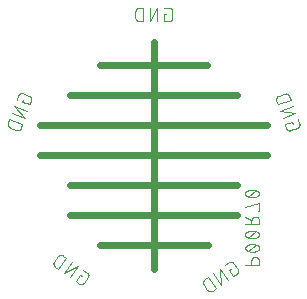
<source format=gbr>
G04 EAGLE Gerber RS-274X export*
G75*
%MOMM*%
%FSLAX34Y34*%
%LPD*%
%INSilkscreen Bottom*%
%IPPOS*%
%AMOC8*
5,1,8,0,0,1.08239X$1,22.5*%
G01*
%ADD10C,0.101600*%
%ADD11C,0.609600*%


D10*
X357094Y466149D02*
X355146Y466149D01*
X355146Y459658D01*
X359041Y459658D01*
X359140Y459660D01*
X359240Y459666D01*
X359339Y459675D01*
X359437Y459688D01*
X359535Y459705D01*
X359633Y459726D01*
X359729Y459751D01*
X359824Y459779D01*
X359918Y459811D01*
X360011Y459846D01*
X360103Y459885D01*
X360193Y459928D01*
X360281Y459973D01*
X360368Y460023D01*
X360452Y460075D01*
X360535Y460131D01*
X360615Y460189D01*
X360693Y460251D01*
X360768Y460316D01*
X360841Y460384D01*
X360911Y460454D01*
X360979Y460527D01*
X361044Y460602D01*
X361106Y460680D01*
X361164Y460760D01*
X361220Y460843D01*
X361272Y460927D01*
X361322Y461014D01*
X361367Y461102D01*
X361410Y461192D01*
X361449Y461284D01*
X361484Y461377D01*
X361516Y461471D01*
X361544Y461566D01*
X361569Y461662D01*
X361590Y461760D01*
X361607Y461858D01*
X361620Y461956D01*
X361629Y462055D01*
X361635Y462155D01*
X361637Y462254D01*
X361638Y462254D02*
X361638Y468746D01*
X361637Y468746D02*
X361635Y468845D01*
X361629Y468945D01*
X361620Y469044D01*
X361607Y469142D01*
X361590Y469240D01*
X361569Y469338D01*
X361544Y469434D01*
X361516Y469529D01*
X361484Y469623D01*
X361449Y469716D01*
X361410Y469808D01*
X361367Y469898D01*
X361322Y469986D01*
X361272Y470073D01*
X361220Y470157D01*
X361164Y470240D01*
X361106Y470320D01*
X361044Y470398D01*
X360979Y470473D01*
X360911Y470546D01*
X360841Y470616D01*
X360768Y470684D01*
X360693Y470749D01*
X360615Y470811D01*
X360535Y470869D01*
X360452Y470925D01*
X360368Y470977D01*
X360281Y471027D01*
X360193Y471072D01*
X360103Y471115D01*
X360011Y471154D01*
X359918Y471189D01*
X359824Y471221D01*
X359729Y471249D01*
X359633Y471274D01*
X359535Y471295D01*
X359437Y471312D01*
X359339Y471325D01*
X359240Y471334D01*
X359140Y471340D01*
X359041Y471342D01*
X355146Y471342D01*
X349446Y471342D02*
X349446Y459658D01*
X342954Y459658D02*
X349446Y471342D01*
X342954Y471342D02*
X342954Y459658D01*
X337254Y459658D02*
X337254Y471342D01*
X334008Y471342D01*
X333895Y471340D01*
X333782Y471334D01*
X333669Y471324D01*
X333556Y471310D01*
X333444Y471293D01*
X333333Y471271D01*
X333223Y471246D01*
X333113Y471216D01*
X333005Y471183D01*
X332898Y471146D01*
X332792Y471106D01*
X332688Y471061D01*
X332585Y471013D01*
X332484Y470962D01*
X332385Y470907D01*
X332288Y470849D01*
X332193Y470787D01*
X332100Y470722D01*
X332010Y470654D01*
X331922Y470583D01*
X331836Y470508D01*
X331753Y470431D01*
X331673Y470351D01*
X331596Y470268D01*
X331521Y470182D01*
X331450Y470094D01*
X331382Y470004D01*
X331317Y469911D01*
X331255Y469816D01*
X331197Y469719D01*
X331142Y469620D01*
X331091Y469519D01*
X331043Y469416D01*
X330998Y469312D01*
X330958Y469206D01*
X330921Y469099D01*
X330888Y468991D01*
X330858Y468881D01*
X330833Y468771D01*
X330811Y468660D01*
X330794Y468548D01*
X330780Y468435D01*
X330770Y468322D01*
X330764Y468209D01*
X330762Y468096D01*
X330762Y462904D01*
X330764Y462791D01*
X330770Y462678D01*
X330780Y462565D01*
X330794Y462452D01*
X330811Y462340D01*
X330833Y462229D01*
X330858Y462119D01*
X330888Y462009D01*
X330921Y461901D01*
X330958Y461794D01*
X330998Y461688D01*
X331043Y461584D01*
X331091Y461481D01*
X331142Y461380D01*
X331197Y461281D01*
X331255Y461184D01*
X331317Y461089D01*
X331382Y460996D01*
X331450Y460906D01*
X331521Y460818D01*
X331596Y460732D01*
X331673Y460649D01*
X331753Y460569D01*
X331836Y460492D01*
X331922Y460417D01*
X332010Y460346D01*
X332100Y460278D01*
X332193Y460213D01*
X332288Y460151D01*
X332385Y460093D01*
X332484Y460038D01*
X332585Y459987D01*
X332688Y459939D01*
X332792Y459894D01*
X332898Y459854D01*
X333005Y459817D01*
X333113Y459784D01*
X333223Y459754D01*
X333333Y459729D01*
X333444Y459707D01*
X333556Y459690D01*
X333669Y459676D01*
X333782Y459666D01*
X333895Y459660D01*
X334008Y459658D01*
X337254Y459658D01*
X463370Y374915D02*
X464036Y373085D01*
X463370Y374915D02*
X457270Y372695D01*
X458602Y369035D01*
X458603Y369035D02*
X458638Y368942D01*
X458678Y368851D01*
X458720Y368761D01*
X458767Y368673D01*
X458816Y368587D01*
X458869Y368503D01*
X458925Y368420D01*
X458984Y368340D01*
X459046Y368263D01*
X459111Y368188D01*
X459179Y368115D01*
X459250Y368045D01*
X459323Y367978D01*
X459399Y367913D01*
X459477Y367852D01*
X459558Y367793D01*
X459640Y367738D01*
X459725Y367686D01*
X459812Y367637D01*
X459900Y367592D01*
X459990Y367550D01*
X460082Y367511D01*
X460175Y367476D01*
X460269Y367445D01*
X460365Y367417D01*
X460461Y367393D01*
X460559Y367372D01*
X460657Y367356D01*
X460755Y367343D01*
X460854Y367334D01*
X460954Y367329D01*
X461053Y367327D01*
X461153Y367329D01*
X461252Y367335D01*
X461351Y367345D01*
X461449Y367359D01*
X461547Y367377D01*
X461644Y367398D01*
X461741Y367423D01*
X461836Y367451D01*
X461930Y367484D01*
X461930Y367483D02*
X468030Y369703D01*
X468030Y369704D02*
X468123Y369739D01*
X468214Y369779D01*
X468304Y369821D01*
X468392Y369868D01*
X468478Y369917D01*
X468562Y369970D01*
X468645Y370026D01*
X468725Y370085D01*
X468802Y370147D01*
X468877Y370212D01*
X468950Y370280D01*
X469020Y370351D01*
X469087Y370424D01*
X469152Y370500D01*
X469213Y370578D01*
X469272Y370659D01*
X469327Y370741D01*
X469379Y370826D01*
X469428Y370913D01*
X469473Y371001D01*
X469515Y371091D01*
X469554Y371183D01*
X469589Y371276D01*
X469620Y371370D01*
X469648Y371466D01*
X469672Y371562D01*
X469693Y371660D01*
X469709Y371758D01*
X469722Y371856D01*
X469731Y371955D01*
X469736Y372055D01*
X469738Y372154D01*
X469736Y372253D01*
X469730Y372353D01*
X469720Y372452D01*
X469706Y372550D01*
X469688Y372648D01*
X469667Y372745D01*
X469642Y372842D01*
X469614Y372937D01*
X469581Y373031D01*
X469582Y373031D02*
X468250Y376691D01*
X466300Y382048D02*
X455320Y378052D01*
X453100Y384152D02*
X466300Y382048D01*
X464080Y388148D02*
X453100Y384152D01*
X451151Y389509D02*
X462130Y393505D01*
X461020Y396555D01*
X460980Y396661D01*
X460935Y396765D01*
X460887Y396868D01*
X460836Y396969D01*
X460781Y397068D01*
X460723Y397165D01*
X460661Y397260D01*
X460596Y397353D01*
X460528Y397443D01*
X460457Y397531D01*
X460382Y397617D01*
X460305Y397700D01*
X460225Y397780D01*
X460142Y397857D01*
X460056Y397932D01*
X459968Y398003D01*
X459878Y398071D01*
X459785Y398136D01*
X459690Y398198D01*
X459593Y398256D01*
X459494Y398311D01*
X459393Y398362D01*
X459290Y398410D01*
X459186Y398455D01*
X459080Y398495D01*
X458973Y398532D01*
X458865Y398565D01*
X458755Y398595D01*
X458645Y398620D01*
X458534Y398642D01*
X458422Y398659D01*
X458309Y398673D01*
X458196Y398683D01*
X458083Y398689D01*
X457970Y398691D01*
X457857Y398689D01*
X457744Y398683D01*
X457631Y398673D01*
X457518Y398659D01*
X457406Y398642D01*
X457295Y398620D01*
X457185Y398595D01*
X457075Y398565D01*
X456967Y398532D01*
X456860Y398495D01*
X456860Y398494D02*
X451980Y396718D01*
X451980Y396719D02*
X451874Y396679D01*
X451770Y396634D01*
X451667Y396586D01*
X451566Y396535D01*
X451467Y396480D01*
X451370Y396422D01*
X451275Y396360D01*
X451182Y396295D01*
X451092Y396227D01*
X451004Y396156D01*
X450918Y396081D01*
X450835Y396004D01*
X450755Y395924D01*
X450678Y395841D01*
X450603Y395755D01*
X450532Y395667D01*
X450464Y395577D01*
X450399Y395484D01*
X450337Y395389D01*
X450279Y395292D01*
X450224Y395193D01*
X450173Y395092D01*
X450125Y394989D01*
X450080Y394885D01*
X450040Y394779D01*
X450003Y394672D01*
X449970Y394564D01*
X449940Y394454D01*
X449915Y394344D01*
X449893Y394233D01*
X449876Y394121D01*
X449862Y394008D01*
X449852Y393895D01*
X449846Y393782D01*
X449844Y393669D01*
X449846Y393556D01*
X449852Y393443D01*
X449862Y393330D01*
X449876Y393217D01*
X449893Y393105D01*
X449915Y392994D01*
X449940Y392884D01*
X449970Y392774D01*
X450003Y392666D01*
X450040Y392559D01*
X450041Y392559D02*
X451151Y389509D01*
X411389Y250384D02*
X409794Y249267D01*
X413517Y243950D01*
X416708Y246184D01*
X416707Y246184D02*
X416787Y246243D01*
X416865Y246305D01*
X416941Y246369D01*
X417014Y246437D01*
X417085Y246507D01*
X417152Y246580D01*
X417217Y246655D01*
X417279Y246733D01*
X417338Y246813D01*
X417394Y246895D01*
X417447Y246980D01*
X417496Y247066D01*
X417542Y247154D01*
X417585Y247244D01*
X417624Y247335D01*
X417659Y247428D01*
X417691Y247522D01*
X417720Y247618D01*
X417744Y247714D01*
X417765Y247811D01*
X417783Y247909D01*
X417796Y248008D01*
X417806Y248107D01*
X417812Y248206D01*
X417814Y248305D01*
X417812Y248405D01*
X417807Y248504D01*
X417797Y248603D01*
X417784Y248702D01*
X417768Y248800D01*
X417747Y248897D01*
X417723Y248994D01*
X417695Y249089D01*
X417663Y249183D01*
X417628Y249276D01*
X417589Y249368D01*
X417547Y249458D01*
X417501Y249546D01*
X417452Y249633D01*
X417400Y249717D01*
X417345Y249800D01*
X413622Y255117D01*
X413563Y255197D01*
X413501Y255275D01*
X413437Y255351D01*
X413369Y255424D01*
X413299Y255495D01*
X413226Y255562D01*
X413151Y255627D01*
X413073Y255689D01*
X412993Y255748D01*
X412911Y255804D01*
X412826Y255857D01*
X412740Y255906D01*
X412652Y255952D01*
X412562Y255995D01*
X412471Y256034D01*
X412378Y256069D01*
X412284Y256101D01*
X412188Y256130D01*
X412092Y256154D01*
X411995Y256175D01*
X411897Y256193D01*
X411798Y256206D01*
X411699Y256216D01*
X411600Y256222D01*
X411501Y256224D01*
X411401Y256222D01*
X411302Y256217D01*
X411203Y256208D01*
X411104Y256194D01*
X411006Y256178D01*
X410909Y256157D01*
X410812Y256133D01*
X410717Y256105D01*
X410623Y256073D01*
X410530Y256038D01*
X410438Y255999D01*
X410348Y255957D01*
X410260Y255911D01*
X410173Y255862D01*
X410089Y255810D01*
X410006Y255755D01*
X406816Y253521D01*
X402146Y250251D02*
X408847Y240680D01*
X403530Y236957D02*
X402146Y250251D01*
X396829Y246528D02*
X403530Y236957D01*
X398860Y233687D02*
X392159Y243258D01*
X389500Y241396D01*
X389500Y241397D02*
X389409Y241330D01*
X389319Y241261D01*
X389232Y241188D01*
X389148Y241112D01*
X389067Y241033D01*
X388988Y240952D01*
X388912Y240868D01*
X388839Y240781D01*
X388770Y240692D01*
X388703Y240600D01*
X388640Y240506D01*
X388580Y240410D01*
X388523Y240312D01*
X388470Y240212D01*
X388420Y240110D01*
X388374Y240006D01*
X388332Y239901D01*
X388293Y239795D01*
X388258Y239687D01*
X388227Y239578D01*
X388199Y239468D01*
X388176Y239357D01*
X388156Y239246D01*
X388140Y239134D01*
X388128Y239021D01*
X388120Y238908D01*
X388116Y238795D01*
X388116Y238681D01*
X388120Y238568D01*
X388128Y238455D01*
X388140Y238342D01*
X388156Y238230D01*
X388176Y238119D01*
X388199Y238008D01*
X388227Y237898D01*
X388258Y237789D01*
X388293Y237681D01*
X388332Y237575D01*
X388374Y237470D01*
X388420Y237366D01*
X388470Y237264D01*
X388523Y237164D01*
X388580Y237066D01*
X388640Y236970D01*
X388703Y236876D01*
X391682Y232622D01*
X391681Y232622D02*
X391748Y232531D01*
X391817Y232441D01*
X391890Y232354D01*
X391966Y232270D01*
X392045Y232189D01*
X392126Y232110D01*
X392210Y232034D01*
X392297Y231961D01*
X392387Y231892D01*
X392478Y231825D01*
X392572Y231762D01*
X392668Y231702D01*
X392766Y231645D01*
X392866Y231592D01*
X392968Y231542D01*
X393072Y231496D01*
X393177Y231454D01*
X393283Y231415D01*
X393391Y231380D01*
X393500Y231349D01*
X393610Y231321D01*
X393721Y231298D01*
X393832Y231278D01*
X393944Y231262D01*
X394057Y231250D01*
X394170Y231242D01*
X394283Y231238D01*
X394397Y231238D01*
X394510Y231242D01*
X394623Y231250D01*
X394736Y231262D01*
X394848Y231278D01*
X394959Y231298D01*
X395070Y231321D01*
X395180Y231349D01*
X395289Y231380D01*
X395397Y231415D01*
X395503Y231454D01*
X395608Y231496D01*
X395712Y231542D01*
X395814Y231592D01*
X395914Y231645D01*
X396012Y231702D01*
X396108Y231762D01*
X396202Y231825D01*
X398860Y233687D01*
X285396Y243983D02*
X283801Y245100D01*
X280078Y239783D01*
X283268Y237549D01*
X283351Y237494D01*
X283435Y237442D01*
X283522Y237393D01*
X283610Y237347D01*
X283700Y237305D01*
X283792Y237266D01*
X283885Y237231D01*
X283979Y237199D01*
X284074Y237171D01*
X284171Y237147D01*
X284268Y237126D01*
X284366Y237110D01*
X284465Y237096D01*
X284564Y237087D01*
X284663Y237082D01*
X284763Y237080D01*
X284862Y237082D01*
X284961Y237088D01*
X285060Y237098D01*
X285159Y237111D01*
X285257Y237129D01*
X285354Y237150D01*
X285450Y237174D01*
X285546Y237203D01*
X285640Y237235D01*
X285733Y237270D01*
X285824Y237309D01*
X285914Y237352D01*
X286002Y237398D01*
X286088Y237447D01*
X286173Y237500D01*
X286255Y237556D01*
X286335Y237615D01*
X286413Y237677D01*
X286488Y237742D01*
X286561Y237809D01*
X286631Y237880D01*
X286699Y237953D01*
X286763Y238029D01*
X286825Y238107D01*
X286884Y238187D01*
X290607Y243504D01*
X290662Y243587D01*
X290714Y243671D01*
X290763Y243758D01*
X290809Y243846D01*
X290851Y243936D01*
X290890Y244028D01*
X290925Y244121D01*
X290957Y244215D01*
X290985Y244310D01*
X291009Y244407D01*
X291030Y244504D01*
X291046Y244602D01*
X291060Y244701D01*
X291069Y244800D01*
X291074Y244899D01*
X291076Y244999D01*
X291074Y245098D01*
X291068Y245197D01*
X291058Y245296D01*
X291045Y245395D01*
X291027Y245493D01*
X291006Y245590D01*
X290982Y245686D01*
X290953Y245782D01*
X290921Y245876D01*
X290886Y245969D01*
X290847Y246060D01*
X290804Y246150D01*
X290758Y246238D01*
X290709Y246324D01*
X290656Y246409D01*
X290600Y246491D01*
X290541Y246571D01*
X290479Y246649D01*
X290414Y246724D01*
X290347Y246797D01*
X290276Y246867D01*
X290203Y246935D01*
X290127Y246999D01*
X290049Y247061D01*
X289969Y247120D01*
X289970Y247120D02*
X286779Y249354D01*
X282110Y252624D02*
X275408Y243053D01*
X270091Y246776D02*
X282110Y252624D01*
X276792Y256347D02*
X270091Y246776D01*
X265421Y250046D02*
X272122Y259617D01*
X269464Y261478D01*
X269464Y261479D02*
X269370Y261542D01*
X269274Y261602D01*
X269176Y261659D01*
X269076Y261712D01*
X268974Y261762D01*
X268870Y261808D01*
X268765Y261850D01*
X268659Y261889D01*
X268551Y261924D01*
X268442Y261955D01*
X268332Y261983D01*
X268221Y262006D01*
X268110Y262026D01*
X267998Y262042D01*
X267885Y262054D01*
X267772Y262062D01*
X267659Y262066D01*
X267545Y262066D01*
X267432Y262062D01*
X267319Y262054D01*
X267206Y262042D01*
X267094Y262026D01*
X266983Y262006D01*
X266872Y261983D01*
X266762Y261955D01*
X266653Y261924D01*
X266545Y261889D01*
X266439Y261850D01*
X266334Y261808D01*
X266230Y261762D01*
X266128Y261712D01*
X266028Y261659D01*
X265930Y261602D01*
X265834Y261542D01*
X265740Y261479D01*
X265649Y261412D01*
X265559Y261343D01*
X265472Y261270D01*
X265388Y261194D01*
X265307Y261115D01*
X265228Y261034D01*
X265152Y260950D01*
X265079Y260863D01*
X265010Y260774D01*
X264943Y260682D01*
X264944Y260681D02*
X261965Y256428D01*
X261902Y256334D01*
X261842Y256238D01*
X261785Y256140D01*
X261732Y256040D01*
X261682Y255938D01*
X261636Y255834D01*
X261594Y255729D01*
X261555Y255623D01*
X261520Y255515D01*
X261489Y255406D01*
X261461Y255296D01*
X261438Y255185D01*
X261418Y255074D01*
X261402Y254962D01*
X261390Y254849D01*
X261382Y254736D01*
X261378Y254623D01*
X261378Y254509D01*
X261382Y254396D01*
X261390Y254283D01*
X261402Y254170D01*
X261418Y254058D01*
X261438Y253947D01*
X261461Y253836D01*
X261489Y253726D01*
X261520Y253617D01*
X261555Y253509D01*
X261594Y253403D01*
X261636Y253298D01*
X261682Y253194D01*
X261732Y253092D01*
X261785Y252992D01*
X261842Y252894D01*
X261902Y252798D01*
X261965Y252704D01*
X262032Y252612D01*
X262101Y252523D01*
X262174Y252436D01*
X262250Y252352D01*
X262329Y252271D01*
X262410Y252192D01*
X262494Y252116D01*
X262581Y252043D01*
X262671Y251974D01*
X262762Y251907D01*
X265421Y250046D01*
X235150Y391729D02*
X235816Y393559D01*
X235150Y391729D02*
X241250Y389509D01*
X242582Y393169D01*
X242581Y393169D02*
X242614Y393263D01*
X242642Y393358D01*
X242667Y393455D01*
X242688Y393552D01*
X242706Y393650D01*
X242720Y393748D01*
X242730Y393847D01*
X242736Y393947D01*
X242738Y394046D01*
X242736Y394145D01*
X242731Y394245D01*
X242722Y394344D01*
X242709Y394442D01*
X242693Y394540D01*
X242672Y394638D01*
X242648Y394734D01*
X242620Y394830D01*
X242589Y394924D01*
X242554Y395017D01*
X242515Y395109D01*
X242473Y395199D01*
X242428Y395287D01*
X242379Y395374D01*
X242327Y395459D01*
X242272Y395541D01*
X242213Y395622D01*
X242152Y395700D01*
X242087Y395776D01*
X242020Y395849D01*
X241950Y395920D01*
X241877Y395988D01*
X241802Y396053D01*
X241725Y396115D01*
X241645Y396174D01*
X241562Y396230D01*
X241478Y396283D01*
X241392Y396332D01*
X241304Y396379D01*
X241214Y396421D01*
X241123Y396461D01*
X241030Y396496D01*
X234930Y398716D01*
X234930Y398717D02*
X234836Y398750D01*
X234741Y398778D01*
X234644Y398803D01*
X234547Y398824D01*
X234449Y398842D01*
X234351Y398856D01*
X234252Y398866D01*
X234153Y398872D01*
X234053Y398874D01*
X233954Y398872D01*
X233854Y398867D01*
X233755Y398858D01*
X233657Y398845D01*
X233558Y398829D01*
X233461Y398808D01*
X233365Y398784D01*
X233269Y398756D01*
X233175Y398725D01*
X233081Y398690D01*
X232990Y398651D01*
X232900Y398609D01*
X232811Y398564D01*
X232724Y398515D01*
X232640Y398463D01*
X232557Y398408D01*
X232476Y398349D01*
X232398Y398288D01*
X232322Y398223D01*
X232249Y398156D01*
X232179Y398086D01*
X232111Y398013D01*
X232046Y397938D01*
X231983Y397860D01*
X231924Y397780D01*
X231868Y397698D01*
X231815Y397614D01*
X231766Y397527D01*
X231720Y397439D01*
X231677Y397349D01*
X231637Y397258D01*
X231602Y397165D01*
X230270Y393505D01*
X228320Y388148D02*
X239300Y384152D01*
X237080Y378052D02*
X228320Y388148D01*
X226100Y382048D02*
X237080Y378052D01*
X235130Y372695D02*
X224151Y376691D01*
X223041Y373641D01*
X223040Y373641D02*
X223003Y373534D01*
X222970Y373426D01*
X222940Y373316D01*
X222915Y373206D01*
X222893Y373095D01*
X222876Y372983D01*
X222862Y372870D01*
X222852Y372757D01*
X222846Y372644D01*
X222844Y372531D01*
X222846Y372418D01*
X222852Y372305D01*
X222862Y372192D01*
X222876Y372079D01*
X222893Y371967D01*
X222915Y371856D01*
X222940Y371746D01*
X222970Y371636D01*
X223003Y371528D01*
X223040Y371421D01*
X223080Y371315D01*
X223125Y371211D01*
X223173Y371108D01*
X223224Y371007D01*
X223279Y370908D01*
X223337Y370811D01*
X223399Y370716D01*
X223464Y370623D01*
X223532Y370533D01*
X223603Y370445D01*
X223678Y370359D01*
X223755Y370276D01*
X223835Y370196D01*
X223918Y370119D01*
X224004Y370044D01*
X224092Y369973D01*
X224182Y369905D01*
X224275Y369840D01*
X224370Y369778D01*
X224467Y369720D01*
X224566Y369665D01*
X224667Y369614D01*
X224770Y369566D01*
X224874Y369521D01*
X224980Y369481D01*
X229860Y367705D01*
X229860Y367706D02*
X229967Y367669D01*
X230076Y367636D01*
X230185Y367606D01*
X230295Y367581D01*
X230407Y367559D01*
X230518Y367542D01*
X230631Y367528D01*
X230744Y367518D01*
X230857Y367512D01*
X230970Y367510D01*
X231083Y367512D01*
X231196Y367518D01*
X231309Y367528D01*
X231422Y367542D01*
X231534Y367559D01*
X231645Y367581D01*
X231755Y367606D01*
X231864Y367636D01*
X231973Y367669D01*
X232080Y367706D01*
X232186Y367746D01*
X232290Y367791D01*
X232393Y367838D01*
X232493Y367890D01*
X232593Y367945D01*
X232690Y368003D01*
X232785Y368065D01*
X232877Y368130D01*
X232968Y368198D01*
X233056Y368269D01*
X233141Y368344D01*
X233224Y368421D01*
X233304Y368501D01*
X233382Y368584D01*
X233456Y368669D01*
X233527Y368757D01*
X233595Y368848D01*
X233660Y368940D01*
X233722Y369035D01*
X233780Y369133D01*
X233835Y369232D01*
X233887Y369333D01*
X233934Y369435D01*
X233979Y369539D01*
X234019Y369645D01*
X234020Y369645D02*
X235130Y372695D01*
X423791Y253760D02*
X435475Y253760D01*
X435475Y257006D01*
X435476Y257006D02*
X435474Y257119D01*
X435468Y257232D01*
X435458Y257345D01*
X435444Y257458D01*
X435427Y257570D01*
X435405Y257681D01*
X435380Y257791D01*
X435350Y257901D01*
X435317Y258009D01*
X435280Y258116D01*
X435240Y258222D01*
X435195Y258326D01*
X435147Y258429D01*
X435096Y258530D01*
X435041Y258629D01*
X434983Y258726D01*
X434921Y258821D01*
X434856Y258914D01*
X434788Y259004D01*
X434717Y259092D01*
X434642Y259178D01*
X434565Y259261D01*
X434485Y259341D01*
X434402Y259418D01*
X434316Y259493D01*
X434228Y259564D01*
X434138Y259632D01*
X434045Y259697D01*
X433950Y259759D01*
X433853Y259817D01*
X433754Y259872D01*
X433653Y259923D01*
X433550Y259971D01*
X433446Y260016D01*
X433340Y260056D01*
X433233Y260093D01*
X433125Y260126D01*
X433015Y260156D01*
X432905Y260181D01*
X432794Y260203D01*
X432682Y260220D01*
X432569Y260234D01*
X432456Y260244D01*
X432343Y260250D01*
X432230Y260252D01*
X432117Y260250D01*
X432004Y260244D01*
X431891Y260234D01*
X431778Y260220D01*
X431666Y260203D01*
X431555Y260181D01*
X431445Y260156D01*
X431335Y260126D01*
X431227Y260093D01*
X431120Y260056D01*
X431014Y260016D01*
X430910Y259971D01*
X430807Y259923D01*
X430706Y259872D01*
X430607Y259817D01*
X430510Y259759D01*
X430415Y259697D01*
X430322Y259632D01*
X430232Y259564D01*
X430144Y259493D01*
X430058Y259418D01*
X429975Y259341D01*
X429895Y259261D01*
X429818Y259178D01*
X429743Y259092D01*
X429672Y259004D01*
X429604Y258914D01*
X429539Y258821D01*
X429477Y258726D01*
X429419Y258629D01*
X429364Y258530D01*
X429313Y258429D01*
X429265Y258326D01*
X429220Y258222D01*
X429180Y258116D01*
X429143Y258009D01*
X429110Y257901D01*
X429080Y257791D01*
X429055Y257681D01*
X429033Y257570D01*
X429016Y257458D01*
X429002Y257345D01*
X428992Y257232D01*
X428986Y257119D01*
X428984Y257006D01*
X428984Y253760D01*
X429633Y264640D02*
X429863Y264643D01*
X430093Y264651D01*
X430322Y264665D01*
X430551Y264684D01*
X430780Y264709D01*
X431007Y264739D01*
X431235Y264774D01*
X431461Y264815D01*
X431686Y264861D01*
X431910Y264913D01*
X432132Y264970D01*
X432354Y265032D01*
X432573Y265100D01*
X432791Y265173D01*
X433008Y265251D01*
X433222Y265334D01*
X433434Y265422D01*
X433644Y265515D01*
X433852Y265614D01*
X433853Y265613D02*
X433943Y265646D01*
X434032Y265682D01*
X434120Y265722D01*
X434205Y265766D01*
X434289Y265813D01*
X434371Y265863D01*
X434451Y265917D01*
X434528Y265973D01*
X434604Y266033D01*
X434677Y266096D01*
X434747Y266161D01*
X434815Y266230D01*
X434879Y266301D01*
X434941Y266374D01*
X435000Y266450D01*
X435056Y266528D01*
X435109Y266609D01*
X435158Y266691D01*
X435204Y266775D01*
X435247Y266862D01*
X435286Y266949D01*
X435322Y267039D01*
X435354Y267129D01*
X435382Y267221D01*
X435407Y267314D01*
X435428Y267408D01*
X435445Y267502D01*
X435459Y267597D01*
X435468Y267693D01*
X435474Y267789D01*
X435476Y267885D01*
X435474Y267981D01*
X435468Y268077D01*
X435459Y268173D01*
X435445Y268268D01*
X435428Y268362D01*
X435407Y268456D01*
X435382Y268549D01*
X435354Y268641D01*
X435322Y268731D01*
X435286Y268821D01*
X435247Y268908D01*
X435204Y268995D01*
X435158Y269079D01*
X435109Y269161D01*
X435056Y269242D01*
X435000Y269320D01*
X434941Y269396D01*
X434879Y269469D01*
X434815Y269540D01*
X434747Y269609D01*
X434677Y269674D01*
X434604Y269737D01*
X434528Y269797D01*
X434451Y269853D01*
X434371Y269907D01*
X434289Y269957D01*
X434205Y270004D01*
X434120Y270048D01*
X434032Y270088D01*
X433943Y270124D01*
X433853Y270157D01*
X433852Y270157D02*
X433645Y270256D01*
X433435Y270349D01*
X433222Y270437D01*
X433008Y270520D01*
X432792Y270598D01*
X432574Y270671D01*
X432354Y270739D01*
X432133Y270801D01*
X431910Y270858D01*
X431686Y270910D01*
X431461Y270956D01*
X431235Y270997D01*
X431008Y271032D01*
X430780Y271062D01*
X430551Y271087D01*
X430322Y271106D01*
X430093Y271120D01*
X429863Y271128D01*
X429633Y271131D01*
X429633Y264640D02*
X429403Y264643D01*
X429173Y264651D01*
X428944Y264665D01*
X428715Y264684D01*
X428486Y264709D01*
X428258Y264739D01*
X428031Y264774D01*
X427805Y264815D01*
X427580Y264861D01*
X427356Y264913D01*
X427133Y264970D01*
X426912Y265032D01*
X426692Y265100D01*
X426474Y265173D01*
X426258Y265251D01*
X426044Y265334D01*
X425832Y265422D01*
X425621Y265515D01*
X425414Y265614D01*
X425414Y265613D02*
X425324Y265646D01*
X425235Y265682D01*
X425147Y265723D01*
X425062Y265766D01*
X424978Y265813D01*
X424896Y265863D01*
X424816Y265917D01*
X424739Y265973D01*
X424663Y266033D01*
X424590Y266096D01*
X424520Y266161D01*
X424452Y266230D01*
X424388Y266301D01*
X424326Y266374D01*
X424267Y266450D01*
X424211Y266528D01*
X424158Y266609D01*
X424109Y266691D01*
X424063Y266775D01*
X424020Y266862D01*
X423981Y266949D01*
X423945Y267039D01*
X423913Y267129D01*
X423885Y267221D01*
X423860Y267314D01*
X423839Y267408D01*
X423822Y267502D01*
X423808Y267597D01*
X423799Y267693D01*
X423793Y267789D01*
X423791Y267885D01*
X425414Y270157D02*
X425621Y270256D01*
X425832Y270349D01*
X426044Y270437D01*
X426258Y270520D01*
X426474Y270598D01*
X426692Y270671D01*
X426912Y270739D01*
X427133Y270801D01*
X427356Y270858D01*
X427580Y270910D01*
X427805Y270956D01*
X428031Y270997D01*
X428258Y271032D01*
X428486Y271062D01*
X428715Y271087D01*
X428944Y271106D01*
X429173Y271120D01*
X429403Y271128D01*
X429633Y271131D01*
X425414Y270157D02*
X425324Y270124D01*
X425235Y270088D01*
X425147Y270048D01*
X425062Y270004D01*
X424978Y269957D01*
X424896Y269907D01*
X424816Y269853D01*
X424739Y269797D01*
X424663Y269737D01*
X424590Y269674D01*
X424520Y269609D01*
X424452Y269540D01*
X424388Y269469D01*
X424326Y269396D01*
X424267Y269320D01*
X424211Y269242D01*
X424158Y269161D01*
X424109Y269079D01*
X424063Y268995D01*
X424020Y268908D01*
X423981Y268821D01*
X423945Y268731D01*
X423913Y268641D01*
X423885Y268549D01*
X423860Y268456D01*
X423839Y268362D01*
X423822Y268268D01*
X423808Y268173D01*
X423799Y268077D01*
X423793Y267981D01*
X423791Y267885D01*
X426388Y265289D02*
X432879Y270482D01*
X429633Y276070D02*
X429863Y276073D01*
X430093Y276081D01*
X430322Y276095D01*
X430551Y276114D01*
X430780Y276139D01*
X431007Y276169D01*
X431235Y276204D01*
X431461Y276245D01*
X431686Y276291D01*
X431910Y276343D01*
X432132Y276400D01*
X432354Y276462D01*
X432573Y276530D01*
X432791Y276603D01*
X433008Y276681D01*
X433222Y276764D01*
X433434Y276852D01*
X433644Y276945D01*
X433852Y277044D01*
X433853Y277043D02*
X433943Y277076D01*
X434032Y277112D01*
X434120Y277152D01*
X434205Y277196D01*
X434289Y277243D01*
X434371Y277293D01*
X434451Y277347D01*
X434528Y277403D01*
X434604Y277463D01*
X434677Y277526D01*
X434747Y277591D01*
X434815Y277660D01*
X434879Y277731D01*
X434941Y277804D01*
X435000Y277880D01*
X435056Y277958D01*
X435109Y278039D01*
X435158Y278121D01*
X435204Y278205D01*
X435247Y278292D01*
X435286Y278379D01*
X435322Y278469D01*
X435354Y278559D01*
X435382Y278651D01*
X435407Y278744D01*
X435428Y278838D01*
X435445Y278932D01*
X435459Y279027D01*
X435468Y279123D01*
X435474Y279219D01*
X435476Y279315D01*
X435474Y279411D01*
X435468Y279507D01*
X435459Y279603D01*
X435445Y279698D01*
X435428Y279792D01*
X435407Y279886D01*
X435382Y279979D01*
X435354Y280071D01*
X435322Y280161D01*
X435286Y280251D01*
X435247Y280338D01*
X435204Y280425D01*
X435158Y280509D01*
X435109Y280591D01*
X435056Y280672D01*
X435000Y280750D01*
X434941Y280826D01*
X434879Y280899D01*
X434815Y280970D01*
X434747Y281039D01*
X434677Y281104D01*
X434604Y281167D01*
X434528Y281227D01*
X434451Y281283D01*
X434371Y281337D01*
X434289Y281387D01*
X434205Y281434D01*
X434120Y281478D01*
X434032Y281518D01*
X433943Y281554D01*
X433853Y281587D01*
X433852Y281587D02*
X433645Y281686D01*
X433435Y281779D01*
X433222Y281867D01*
X433008Y281950D01*
X432792Y282028D01*
X432574Y282101D01*
X432354Y282169D01*
X432133Y282231D01*
X431910Y282288D01*
X431686Y282340D01*
X431461Y282386D01*
X431235Y282427D01*
X431008Y282462D01*
X430780Y282492D01*
X430551Y282517D01*
X430322Y282536D01*
X430093Y282550D01*
X429863Y282558D01*
X429633Y282561D01*
X429633Y276069D02*
X429403Y276072D01*
X429173Y276080D01*
X428944Y276094D01*
X428715Y276113D01*
X428486Y276138D01*
X428258Y276168D01*
X428031Y276203D01*
X427805Y276244D01*
X427580Y276290D01*
X427356Y276342D01*
X427133Y276399D01*
X426912Y276461D01*
X426692Y276529D01*
X426474Y276602D01*
X426258Y276680D01*
X426044Y276763D01*
X425832Y276851D01*
X425621Y276944D01*
X425414Y277043D01*
X425324Y277076D01*
X425235Y277112D01*
X425147Y277153D01*
X425062Y277196D01*
X424978Y277243D01*
X424896Y277293D01*
X424816Y277347D01*
X424739Y277403D01*
X424663Y277463D01*
X424590Y277526D01*
X424520Y277591D01*
X424452Y277660D01*
X424388Y277731D01*
X424326Y277804D01*
X424267Y277880D01*
X424211Y277958D01*
X424158Y278039D01*
X424109Y278121D01*
X424063Y278205D01*
X424020Y278292D01*
X423981Y278379D01*
X423945Y278469D01*
X423913Y278559D01*
X423885Y278651D01*
X423860Y278744D01*
X423839Y278838D01*
X423822Y278932D01*
X423808Y279027D01*
X423799Y279123D01*
X423793Y279219D01*
X423791Y279315D01*
X425414Y281587D02*
X425621Y281686D01*
X425832Y281779D01*
X426044Y281867D01*
X426258Y281950D01*
X426474Y282028D01*
X426692Y282101D01*
X426912Y282169D01*
X427133Y282231D01*
X427356Y282288D01*
X427580Y282340D01*
X427805Y282386D01*
X428031Y282427D01*
X428258Y282462D01*
X428486Y282492D01*
X428715Y282517D01*
X428944Y282536D01*
X429173Y282550D01*
X429403Y282558D01*
X429633Y282561D01*
X425414Y281587D02*
X425324Y281554D01*
X425235Y281518D01*
X425147Y281478D01*
X425062Y281434D01*
X424978Y281387D01*
X424896Y281337D01*
X424816Y281283D01*
X424739Y281227D01*
X424663Y281167D01*
X424590Y281104D01*
X424520Y281039D01*
X424452Y280970D01*
X424388Y280899D01*
X424326Y280826D01*
X424267Y280750D01*
X424211Y280672D01*
X424158Y280591D01*
X424109Y280509D01*
X424063Y280425D01*
X424020Y280338D01*
X423981Y280251D01*
X423945Y280161D01*
X423913Y280071D01*
X423885Y279979D01*
X423860Y279886D01*
X423839Y279792D01*
X423822Y279698D01*
X423808Y279603D01*
X423799Y279507D01*
X423793Y279411D01*
X423791Y279315D01*
X426388Y276719D02*
X432879Y281912D01*
X435475Y287954D02*
X423791Y287954D01*
X435475Y287954D02*
X435475Y291200D01*
X435476Y291200D02*
X435474Y291313D01*
X435468Y291426D01*
X435458Y291539D01*
X435444Y291652D01*
X435427Y291764D01*
X435405Y291875D01*
X435380Y291985D01*
X435350Y292095D01*
X435317Y292203D01*
X435280Y292310D01*
X435240Y292416D01*
X435195Y292520D01*
X435147Y292623D01*
X435096Y292724D01*
X435041Y292823D01*
X434983Y292920D01*
X434921Y293015D01*
X434856Y293108D01*
X434788Y293198D01*
X434717Y293286D01*
X434642Y293372D01*
X434565Y293455D01*
X434485Y293535D01*
X434402Y293612D01*
X434316Y293687D01*
X434228Y293758D01*
X434138Y293826D01*
X434045Y293891D01*
X433950Y293953D01*
X433853Y294011D01*
X433754Y294066D01*
X433653Y294117D01*
X433550Y294165D01*
X433446Y294210D01*
X433340Y294250D01*
X433233Y294287D01*
X433125Y294320D01*
X433015Y294350D01*
X432905Y294375D01*
X432794Y294397D01*
X432682Y294414D01*
X432569Y294428D01*
X432456Y294438D01*
X432343Y294444D01*
X432230Y294446D01*
X432117Y294444D01*
X432004Y294438D01*
X431891Y294428D01*
X431778Y294414D01*
X431666Y294397D01*
X431555Y294375D01*
X431445Y294350D01*
X431335Y294320D01*
X431227Y294287D01*
X431120Y294250D01*
X431014Y294210D01*
X430910Y294165D01*
X430807Y294117D01*
X430706Y294066D01*
X430607Y294011D01*
X430510Y293953D01*
X430415Y293891D01*
X430322Y293826D01*
X430232Y293758D01*
X430144Y293687D01*
X430058Y293612D01*
X429975Y293535D01*
X429895Y293455D01*
X429818Y293372D01*
X429743Y293286D01*
X429672Y293198D01*
X429604Y293108D01*
X429539Y293015D01*
X429477Y292920D01*
X429419Y292823D01*
X429364Y292724D01*
X429313Y292623D01*
X429265Y292520D01*
X429220Y292416D01*
X429180Y292310D01*
X429143Y292203D01*
X429110Y292095D01*
X429080Y291985D01*
X429055Y291875D01*
X429033Y291764D01*
X429016Y291652D01*
X429002Y291539D01*
X428992Y291426D01*
X428986Y291313D01*
X428984Y291200D01*
X428984Y287954D01*
X428984Y291849D02*
X423791Y294445D01*
X434177Y299311D02*
X435475Y299311D01*
X435475Y305802D01*
X423791Y302556D01*
X429633Y310741D02*
X429863Y310744D01*
X430093Y310752D01*
X430322Y310766D01*
X430551Y310785D01*
X430780Y310810D01*
X431007Y310840D01*
X431235Y310875D01*
X431461Y310916D01*
X431686Y310962D01*
X431910Y311014D01*
X432132Y311071D01*
X432354Y311133D01*
X432573Y311201D01*
X432791Y311274D01*
X433008Y311352D01*
X433222Y311435D01*
X433434Y311523D01*
X433644Y311616D01*
X433852Y311715D01*
X433853Y311714D02*
X433943Y311747D01*
X434032Y311783D01*
X434120Y311823D01*
X434205Y311867D01*
X434289Y311914D01*
X434371Y311964D01*
X434451Y312018D01*
X434528Y312074D01*
X434604Y312134D01*
X434677Y312197D01*
X434747Y312262D01*
X434815Y312331D01*
X434879Y312402D01*
X434941Y312475D01*
X435000Y312551D01*
X435056Y312629D01*
X435109Y312710D01*
X435158Y312792D01*
X435204Y312876D01*
X435247Y312963D01*
X435286Y313050D01*
X435322Y313140D01*
X435354Y313230D01*
X435382Y313322D01*
X435407Y313415D01*
X435428Y313509D01*
X435445Y313603D01*
X435459Y313698D01*
X435468Y313794D01*
X435474Y313890D01*
X435476Y313986D01*
X435474Y314082D01*
X435468Y314178D01*
X435459Y314274D01*
X435445Y314369D01*
X435428Y314463D01*
X435407Y314557D01*
X435382Y314650D01*
X435354Y314742D01*
X435322Y314832D01*
X435286Y314922D01*
X435247Y315009D01*
X435204Y315096D01*
X435158Y315180D01*
X435109Y315262D01*
X435056Y315343D01*
X435000Y315421D01*
X434941Y315497D01*
X434879Y315570D01*
X434815Y315641D01*
X434747Y315710D01*
X434677Y315775D01*
X434604Y315838D01*
X434528Y315898D01*
X434451Y315954D01*
X434371Y316008D01*
X434289Y316058D01*
X434205Y316105D01*
X434120Y316149D01*
X434032Y316189D01*
X433943Y316225D01*
X433853Y316258D01*
X433852Y316258D02*
X433645Y316357D01*
X433435Y316450D01*
X433222Y316538D01*
X433008Y316621D01*
X432792Y316699D01*
X432574Y316772D01*
X432354Y316840D01*
X432133Y316902D01*
X431910Y316959D01*
X431686Y317011D01*
X431461Y317057D01*
X431235Y317098D01*
X431008Y317133D01*
X430780Y317163D01*
X430551Y317188D01*
X430322Y317207D01*
X430093Y317221D01*
X429863Y317229D01*
X429633Y317232D01*
X429633Y310740D02*
X429403Y310743D01*
X429173Y310751D01*
X428944Y310765D01*
X428715Y310784D01*
X428486Y310809D01*
X428258Y310839D01*
X428031Y310874D01*
X427805Y310915D01*
X427580Y310961D01*
X427356Y311013D01*
X427133Y311070D01*
X426912Y311132D01*
X426692Y311200D01*
X426474Y311273D01*
X426258Y311351D01*
X426044Y311434D01*
X425832Y311522D01*
X425621Y311615D01*
X425414Y311714D01*
X425324Y311747D01*
X425235Y311783D01*
X425147Y311824D01*
X425062Y311867D01*
X424978Y311914D01*
X424896Y311964D01*
X424816Y312018D01*
X424739Y312074D01*
X424663Y312134D01*
X424590Y312197D01*
X424520Y312262D01*
X424452Y312331D01*
X424388Y312402D01*
X424326Y312475D01*
X424267Y312551D01*
X424211Y312629D01*
X424158Y312710D01*
X424109Y312792D01*
X424063Y312876D01*
X424020Y312963D01*
X423981Y313050D01*
X423945Y313140D01*
X423913Y313230D01*
X423885Y313322D01*
X423860Y313415D01*
X423839Y313509D01*
X423822Y313603D01*
X423808Y313698D01*
X423799Y313794D01*
X423793Y313890D01*
X423791Y313986D01*
X425414Y316258D02*
X425621Y316357D01*
X425832Y316450D01*
X426044Y316538D01*
X426258Y316621D01*
X426474Y316699D01*
X426692Y316772D01*
X426912Y316840D01*
X427133Y316902D01*
X427356Y316959D01*
X427580Y317011D01*
X427805Y317057D01*
X428031Y317098D01*
X428258Y317133D01*
X428486Y317163D01*
X428715Y317188D01*
X428944Y317207D01*
X429173Y317221D01*
X429403Y317229D01*
X429633Y317232D01*
X425414Y316258D02*
X425324Y316225D01*
X425235Y316189D01*
X425147Y316149D01*
X425062Y316105D01*
X424978Y316058D01*
X424896Y316008D01*
X424816Y315954D01*
X424739Y315898D01*
X424663Y315838D01*
X424590Y315775D01*
X424520Y315710D01*
X424452Y315641D01*
X424388Y315570D01*
X424326Y315497D01*
X424267Y315421D01*
X424211Y315343D01*
X424158Y315262D01*
X424109Y315180D01*
X424063Y315096D01*
X424020Y315009D01*
X423981Y314922D01*
X423945Y314832D01*
X423913Y314742D01*
X423885Y314650D01*
X423860Y314557D01*
X423839Y314463D01*
X423822Y314369D01*
X423808Y314274D01*
X423799Y314178D01*
X423793Y314082D01*
X423791Y313986D01*
X426388Y311390D02*
X432879Y316583D01*
D11*
X346202Y250444D02*
X346202Y441960D01*
X300990Y270002D02*
X392430Y270002D01*
X416560Y295402D02*
X275590Y295402D01*
X275590Y320802D02*
X416560Y320802D01*
X441960Y346202D02*
X250190Y346202D01*
X250190Y371602D02*
X441960Y371602D01*
X416560Y397002D02*
X275590Y397002D01*
X300990Y422402D02*
X391160Y422402D01*
M02*

</source>
